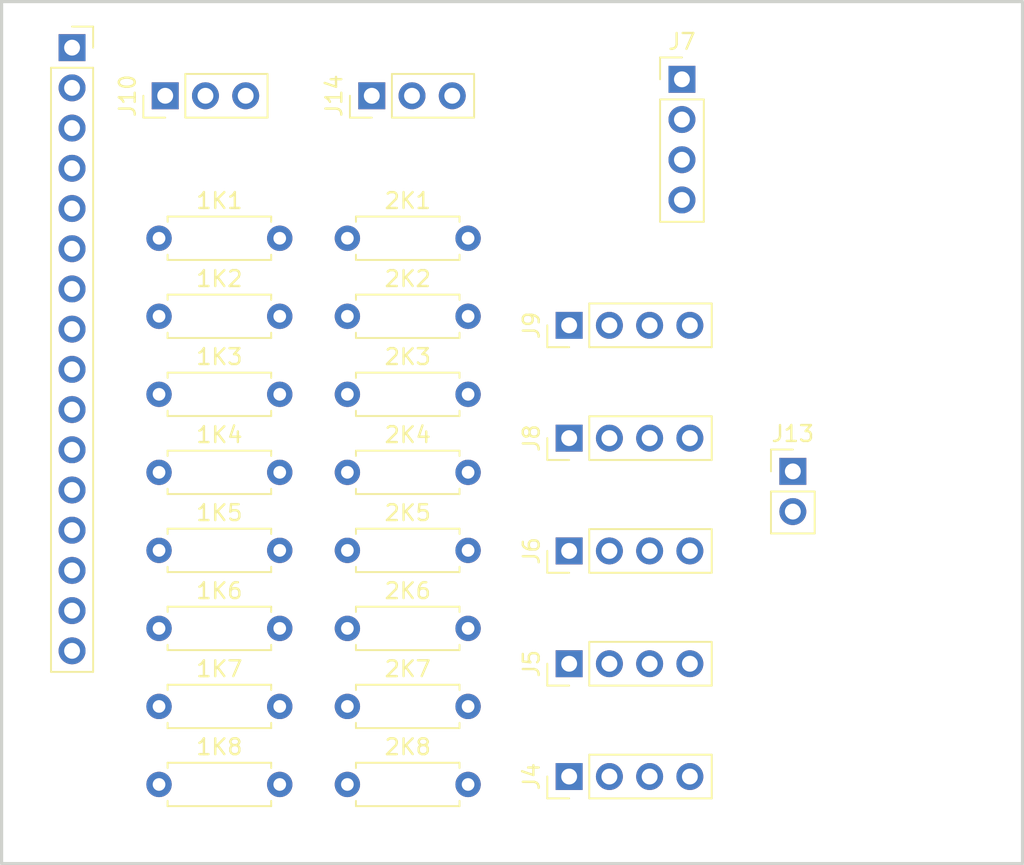
<source format=kicad_pcb>
(kicad_pcb (version 20241229) (generator "pcbnew") (generator_version "9.0")
  (layers (0 "F.Cu" signal) (2 "B.Cu" signal) (13 "F.Paste" user) (15 "B.Paste" user) (5 "F.SilkS" user "F.Silkscreen") (7 "B.SilkS" user "B.Silkscreen") (1 "F.Mask" user) (3 "B.Mask" user) (25 "Edge.Cuts" user))
  (net 0 "")
  (net 1 "Net-(J5-Pin_3)")
  (net 2 "ECHO 2")
  (net 3 "Net-(J4-Pin_3)")
  (net 4 "ECHO 3")
  (net 5 "ECHO 4")
  (net 6 "Net-(J9-Pin_3)")
  (net 7 "Net-(J8-Pin_3)")
  (net 8 "ECHO 5")
  (net 9 "Net-(J10-Pin_3)")
  (net 10 "MQ135 A0")
  (net 11 "Net-(J14-Pin_3)")
  (net 12 "MQ9 A0")
  (net 13 "GPS TX")
  (net 14 "Net-(J7-Pin_4)")
  (net 15 "Net-(J6-Pin_3)")
  (net 16 "ECHO 1")
  (net 17 "GND")
  (net 18 "TRIG 2")
  (net 19 "TRIG 4")
  (net 20 "TRIG 1")
  (net 21 "GPS RX")
  (net 22 "TRIG 3")
  (net 23 "TRIG 5")
  (net 24 "+5V")
  (footprint "Resistor_THT:R_Axial_DIN0207_L6.3mm_D2.5mm_P7.62mm_Horizontal" (layer "F.Cu") (at 151.49 103.8571)
    (property "Reference" "1K3" (at 3.81 -2.37 0) (layer "F.SilkS"))
    (property "Value" "R")
    (fp_line (start 0.54 -1.37) (end 7.08 -1.37) (stroke (width 0.12)) (layer "F.SilkS"))
    (fp_line (start 0.54 -1.04) (end 0.54 -1.37) (stroke (width 0.12)) (layer "F.SilkS"))
    (fp_line (start 0.54 1.04) (end 0.54 1.37) (stroke (width 0.12)) (layer "F.SilkS"))
    (fp_line (start 0.54 1.37) (end 7.08 1.37) (stroke (width 0.12)) (layer "F.SilkS"))
    (fp_line (start 7.08 -1.37) (end 7.08 -1.04) (stroke (width 0.12)) (layer "F.SilkS"))
    (fp_line (start 7.08 1.37) (end 7.08 1.04) (stroke (width 0.12)) (layer "F.SilkS"))
    (pad "1" thru_hole circle (at 0 0) (size 1.6 1.6) (drill 0.8) (layers "*.Cu" "*.Mask") (net 6 "Net-(J9-Pin_3)"))
    (pad "2" thru_hole circle (at 7.62 0) (size 1.6 1.6) (drill 0.8) (layers "*.Cu" "*.Mask") (net 5 "ECHO 4"))
  )
  (footprint "Connector_PinHeader_2.54mm:PinHeader_1x04_P2.54mm_Vertical" (layer "F.Cu") (at 177.38 113.75 90)
    (property "Reference" "J6" (at 0 -2.38 90) (layer "F.SilkS"))
    (property "Value" "US 1")
    (fp_line (start -1.38 -1.38) (end 0 -1.38) (stroke (width 0.12)) (layer "F.SilkS"))
    (fp_line (start -1.38 0) (end -1.38 -1.38) (stroke (width 0.12)) (layer "F.SilkS"))
    (fp_line (start 1.38 1.27) (end 1.38 9) (stroke (width 0.12)) (layer "F.SilkS"))
    (fp_line (start -1.38 1.27) (end 1.38 1.27) (stroke (width 0.12)) (layer "F.SilkS"))
    (fp_line (start -1.38 1.27) (end -1.38 9) (stroke (width 0.12)) (layer "F.SilkS"))
    (fp_line (start -1.38 9) (end 1.38 9) (stroke (width 0.12)) (layer "F.SilkS"))
    (pad "1" thru_hole rect (at 0 0 90) (size 1.7 1.7) (drill 1) (layers "*.Cu" "*.Mask") (net 24 "+5V"))
    (pad "2" thru_hole circle (at 0 2.54 90) (size 1.7 1.7) (drill 1) (layers "*.Cu" "*.Mask") (net 17 "GND"))
    (pad "3" thru_hole circle (at 0 5.08 90) (size 1.7 1.7) (drill 1) (layers "*.Cu" "*.Mask") (net 15 "Net-(J6-Pin_3)"))
    (pad "4" thru_hole circle (at 0 7.62 90) (size 1.7 1.7) (drill 1) (layers "*.Cu" "*.Mask") (net 20 "TRIG 1"))
  )
  (footprint "Resistor_THT:R_Axial_DIN0207_L6.3mm_D2.5mm_P7.62mm_Horizontal" (layer "F.Cu") (at 151.49 118.6429)
    (property "Reference" "1K6" (at 3.81 -2.37 0) (layer "F.SilkS"))
    (property "Value" "R")
    (fp_line (start 0.54 -1.37) (end 7.08 -1.37) (stroke (width 0.12)) (layer "F.SilkS"))
    (fp_line (start 0.54 -1.04) (end 0.54 -1.37) (stroke (width 0.12)) (layer "F.SilkS"))
    (fp_line (start 0.54 1.04) (end 0.54 1.37) (stroke (width 0.12)) (layer "F.SilkS"))
    (fp_line (start 0.54 1.37) (end 7.08 1.37) (stroke (width 0.12)) (layer "F.SilkS"))
    (fp_line (start 7.08 -1.37) (end 7.08 -1.04) (stroke (width 0.12)) (layer "F.SilkS"))
    (fp_line (start 7.08 1.37) (end 7.08 1.04) (stroke (width 0.12)) (layer "F.SilkS"))
    (pad "1" thru_hole circle (at 0 0) (size 1.6 1.6) (drill 0.8) (layers "*.Cu" "*.Mask") (net 11 "Net-(J14-Pin_3)"))
    (pad "2" thru_hole circle (at 7.62 0) (size 1.6 1.6) (drill 0.8) (layers "*.Cu" "*.Mask") (net 12 "MQ9 A0"))
  )
  (footprint "Resistor_THT:R_Axial_DIN0207_L6.3mm_D2.5mm_P7.62mm_Horizontal" (layer "F.Cu") (at 151.49 113.7143)
    (property "Reference" "1K5" (at 3.81 -2.37 0) (layer "F.SilkS"))
    (property "Value" "R")
    (fp_line (start 0.54 -1.37) (end 7.08 -1.37) (stroke (width 0.12)) (layer "F.SilkS"))
    (fp_line (start 0.54 -1.04) (end 0.54 -1.37) (stroke (width 0.12)) (layer "F.SilkS"))
    (fp_line (start 0.54 1.04) (end 0.54 1.37) (stroke (width 0.12)) (layer "F.SilkS"))
    (fp_line (start 0.54 1.37) (end 7.08 1.37) (stroke (width 0.12)) (layer "F.SilkS"))
    (fp_line (start 7.08 -1.37) (end 7.08 -1.04) (stroke (width 0.12)) (layer "F.SilkS"))
    (fp_line (start 7.08 1.37) (end 7.08 1.04) (stroke (width 0.12)) (layer "F.SilkS"))
    (pad "1" thru_hole circle (at 0 0) (size 1.6 1.6) (drill 0.8) (layers "*.Cu" "*.Mask") (net 9 "Net-(J10-Pin_3)"))
    (pad "2" thru_hole circle (at 7.62 0) (size 1.6 1.6) (drill 0.8) (layers "*.Cu" "*.Mask") (net 10 "MQ135 A0"))
  )
  (footprint "Resistor_THT:R_Axial_DIN0207_L6.3mm_D2.5mm_P7.62mm_Horizontal" (layer "F.Cu") (at 151.49 94)
    (property "Reference" "1K1" (at 3.81 -2.37 0) (layer "F.SilkS"))
    (property "Value" "R")
    (fp_line (start 0.54 -1.37) (end 7.08 -1.37) (stroke (width 0.12)) (layer "F.SilkS"))
    (fp_line (start 0.54 -1.04) (end 0.54 -1.37) (stroke (width 0.12)) (layer "F.SilkS"))
    (fp_line (start 0.54 1.04) (end 0.54 1.37) (stroke (width 0.12)) (layer "F.SilkS"))
    (fp_line (start 0.54 1.37) (end 7.08 1.37) (stroke (width 0.12)) (layer "F.SilkS"))
    (fp_line (start 7.08 -1.37) (end 7.08 -1.04) (stroke (width 0.12)) (layer "F.SilkS"))
    (fp_line (start 7.08 1.37) (end 7.08 1.04) (stroke (width 0.12)) (layer "F.SilkS"))
    (pad "1" thru_hole circle (at 0 0) (size 1.6 1.6) (drill 0.8) (layers "*.Cu" "*.Mask") (net 1 "Net-(J5-Pin_3)"))
    (pad "2" thru_hole circle (at 7.62 0) (size 1.6 1.6) (drill 0.8) (layers "*.Cu" "*.Mask") (net 2 "ECHO 2"))
  )
  (footprint "Resistor_THT:R_Axial_DIN0207_L6.3mm_D2.5mm_P7.62mm_Horizontal" (layer "F.Cu") (at 163.38 113.7143)
    (property "Reference" "2K5" (at 3.81 -2.37 0) (layer "F.SilkS"))
    (property "Value" "R")
    (fp_line (start 0.54 -1.37) (end 7.08 -1.37) (stroke (width 0.12)) (layer "F.SilkS"))
    (fp_line (start 0.54 -1.04) (end 0.54 -1.37) (stroke (width 0.12)) (layer "F.SilkS"))
    (fp_line (start 0.54 1.04) (end 0.54 1.37) (stroke (width 0.12)) (layer "F.SilkS"))
    (fp_line (start 0.54 1.37) (end 7.08 1.37) (stroke (width 0.12)) (layer "F.SilkS"))
    (fp_line (start 7.08 -1.37) (end 7.08 -1.04) (stroke (width 0.12)) (layer "F.SilkS"))
    (fp_line (start 7.08 1.37) (end 7.08 1.04) (stroke (width 0.12)) (layer "F.SilkS"))
    (pad "1" thru_hole circle (at 0 0) (size 1.6 1.6) (drill 0.8) (layers "*.Cu" "*.Mask") (net 8 "ECHO 5"))
    (pad "2" thru_hole circle (at 7.62 0) (size 1.6 1.6) (drill 0.8) (layers "*.Cu" "*.Mask") (net 17 "GND"))
  )
  (footprint "Connector_PinHeader_2.54mm:PinHeader_1x04_P2.54mm_Vertical" (layer "F.Cu") (at 177.38 128 90)
    (property "Reference" "J4" (at 0 -2.38 90) (layer "F.SilkS"))
    (property "Value" "US 3")
    (fp_line (start -1.38 -1.38) (end 0 -1.38) (stroke (width 0.12)) (layer "F.SilkS"))
    (fp_line (start -1.38 0) (end -1.38 -1.38) (stroke (width 0.12)) (layer "F.SilkS"))
    (fp_line (start 1.38 1.27) (end 1.38 9) (stroke (width 0.12)) (layer "F.SilkS"))
    (fp_line (start -1.38 1.27) (end 1.38 1.27) (stroke (width 0.12)) (layer "F.SilkS"))
    (fp_line (start -1.38 1.27) (end -1.38 9) (stroke (width 0.12)) (layer "F.SilkS"))
    (fp_line (start -1.38 9) (end 1.38 9) (stroke (width 0.12)) (layer "F.SilkS"))
    (pad "1" thru_hole rect (at 0 0 90) (size 1.7 1.7) (drill 1) (layers "*.Cu" "*.Mask") (net 24 "+5V"))
    (pad "2" thru_hole circle (at 0 2.54 90) (size 1.7 1.7) (drill 1) (layers "*.Cu" "*.Mask") (net 17 "GND"))
    (pad "3" thru_hole circle (at 0 5.08 90) (size 1.7 1.7) (drill 1) (layers "*.Cu" "*.Mask") (net 3 "Net-(J4-Pin_3)"))
    (pad "4" thru_hole circle (at 0 7.62 90) (size 1.7 1.7) (drill 1) (layers "*.Cu" "*.Mask") (net 22 "TRIG 3"))
  )
  (footprint "Resistor_THT:R_Axial_DIN0207_L6.3mm_D2.5mm_P7.62mm_Horizontal" (layer "F.Cu") (at 151.49 108.7857)
    (property "Reference" "1K4" (at 3.81 -2.37 0) (layer "F.SilkS"))
    (property "Value" "R")
    (fp_line (start 0.54 -1.37) (end 7.08 -1.37) (stroke (width 0.12)) (layer "F.SilkS"))
    (fp_line (start 0.54 -1.04) (end 0.54 -1.37) (stroke (width 0.12)) (layer "F.SilkS"))
    (fp_line (start 0.54 1.04) (end 0.54 1.37) (stroke (width 0.12)) (layer "F.SilkS"))
    (fp_line (start 0.54 1.37) (end 7.08 1.37) (stroke (width 0.12)) (layer "F.SilkS"))
    (fp_line (start 7.08 -1.37) (end 7.08 -1.04) (stroke (width 0.12)) (layer "F.SilkS"))
    (fp_line (start 7.08 1.37) (end 7.08 1.04) (stroke (width 0.12)) (layer "F.SilkS"))
    (pad "1" thru_hole circle (at 0 0) (size 1.6 1.6) (drill 0.8) (layers "*.Cu" "*.Mask") (net 7 "Net-(J8-Pin_3)"))
    (pad "2" thru_hole circle (at 7.62 0) (size 1.6 1.6) (drill 0.8) (layers "*.Cu" "*.Mask") (net 8 "ECHO 5"))
  )
  (footprint "Resistor_THT:R_Axial_DIN0207_L6.3mm_D2.5mm_P7.62mm_Horizontal" (layer "F.Cu") (at 151.49 123.5714)
    (property "Reference" "1K7" (at 3.81 -2.37 0) (layer "F.SilkS"))
    (property "Value" "R")
    (fp_line (start 0.54 -1.37) (end 7.08 -1.37) (stroke (width 0.12)) (layer "F.SilkS"))
    (fp_line (start 0.54 -1.04) (end 0.54 -1.37) (stroke (width 0.12)) (layer "F.SilkS"))
    (fp_line (start 0.54 1.04) (end 0.54 1.37) (stroke (width 0.12)) (layer "F.SilkS"))
    (fp_line (start 0.54 1.37) (end 7.08 1.37) (stroke (width 0.12)) (layer "F.SilkS"))
    (fp_line (start 7.08 -1.37) (end 7.08 -1.04) (stroke (width 0.12)) (layer "F.SilkS"))
    (fp_line (start 7.08 1.37) (end 7.08 1.04) (stroke (width 0.12)) (layer "F.SilkS"))
    (pad "1" thru_hole circle (at 0 0) (size 1.6 1.6) (drill 0.8) (layers "*.Cu" "*.Mask") (net 14 "Net-(J7-Pin_4)"))
    (pad "2" thru_hole circle (at 7.62 0) (size 1.6 1.6) (drill 0.8) (layers "*.Cu" "*.Mask") (net 13 "GPS TX"))
  )
  (footprint "Connector_PinHeader_2.54mm:PinHeader_1x03_P2.54mm_Vertical" (layer "F.Cu") (at 164.92 85 90)
    (property "Reference" "J14" (at 0 -2.38 90) (layer "F.SilkS"))
    (property "Value" "MQ-9")
    (fp_line (start -1.38 -1.38) (end 0 -1.38) (stroke (width 0.12)) (layer "F.SilkS"))
    (fp_line (start -1.38 0) (end -1.38 -1.38) (stroke (width 0.12)) (layer "F.SilkS"))
    (fp_line (start 1.38 1.27) (end 1.38 6.46) (stroke (width 0.12)) (layer "F.SilkS"))
    (fp_line (start -1.38 1.27) (end 1.38 1.27) (stroke (width 0.12)) (layer "F.SilkS"))
    (fp_line (start -1.38 1.27) (end -1.38 6.46) (stroke (width 0.12)) (layer "F.SilkS"))
    (fp_line (start -1.38 6.46) (end 1.38 6.46) (stroke (width 0.12)) (layer "F.SilkS"))
    (pad "1" thru_hole rect (at 0 0 90) (size 1.7 1.7) (drill 1) (layers "*.Cu" "*.Mask") (net 24 "+5V"))
    (pad "2" thru_hole circle (at 0 2.54 90) (size 1.7 1.7) (drill 1) (layers "*.Cu" "*.Mask") (net 17 "GND"))
    (pad "3" thru_hole circle (at 0 5.08 90) (size 1.7 1.7) (drill 1) (layers "*.Cu" "*.Mask") (net 11 "Net-(J14-Pin_3)"))
  )
  (footprint "Connector_PinHeader_2.54mm:PinHeader_1x04_P2.54mm_Vertical" (layer "F.Cu") (at 184.5 83.96)
    (property "Reference" "J7" (at 0 -2.38 0) (layer "F.SilkS"))
    (property "Value" "GPS")
    (fp_line (start -1.38 -1.38) (end 0 -1.38) (stroke (width 0.12)) (layer "F.SilkS"))
    (fp_line (start -1.38 0) (end -1.38 -1.38) (stroke (width 0.12)) (layer "F.SilkS"))
    (fp_line (start -1.38 1.27) (end -1.38 9) (stroke (width 0.12)) (layer "F.SilkS"))
    (fp_line (start -1.38 1.27) (end 1.38 1.27) (stroke (width 0.12)) (layer "F.SilkS"))
    (fp_line (start -1.38 9) (end 1.38 9) (stroke (width 0.12)) (layer "F.SilkS"))
    (fp_line (start 1.38 1.27) (end 1.38 9) (stroke (width 0.12)) (layer "F.SilkS"))
    (pad "1" thru_hole rect (at 0 0) (size 1.7 1.7) (drill 1) (layers "*.Cu" "*.Mask") (net 24 "+5V"))
    (pad "2" thru_hole circle (at 0 2.54) (size 1.7 1.7) (drill 1) (layers "*.Cu" "*.Mask") (net 17 "GND"))
    (pad "3" thru_hole circle (at 0 5.08) (size 1.7 1.7) (drill 1) (layers "*.Cu" "*.Mask") (net 21 "GPS RX"))
    (pad "4" thru_hole circle (at 0 7.62) (size 1.7 1.7) (drill 1) (layers "*.Cu" "*.Mask") (net 14 "Net-(J7-Pin_4)"))
  )
  (footprint "Resistor_THT:R_Axial_DIN0207_L6.3mm_D2.5mm_P7.62mm_Horizontal" (layer "F.Cu") (at 163.38 118.6429)
    (property "Reference" "2K6" (at 3.81 -2.37 0) (layer "F.SilkS"))
    (property "Value" "R")
    (fp_line (start 0.54 -1.37) (end 7.08 -1.37) (stroke (width 0.12)) (layer "F.SilkS"))
    (fp_line (start 0.54 -1.04) (end 0.54 -1.37) (stroke (width 0.12)) (layer "F.SilkS"))
    (fp_line (start 0.54 1.04) (end 0.54 1.37) (stroke (width 0.12)) (layer "F.SilkS"))
    (fp_line (start 0.54 1.37) (end 7.08 1.37) (stroke (width 0.12)) (layer "F.SilkS"))
    (fp_line (start 7.08 -1.37) (end 7.08 -1.04) (stroke (width 0.12)) (layer "F.SilkS"))
    (fp_line (start 7.08 1.37) (end 7.08 1.04) (stroke (width 0.12)) (layer "F.SilkS"))
    (pad "1" thru_hole circle (at 0 0) (size 1.6 1.6) (drill 0.8) (layers "*.Cu" "*.Mask") (net 10 "MQ135 A0"))
    (pad "2" thru_hole circle (at 7.62 0) (size 1.6 1.6) (drill 0.8) (layers "*.Cu" "*.Mask") (net 17 "GND"))
  )
  (footprint "Resistor_THT:R_Axial_DIN0207_L6.3mm_D2.5mm_P7.62mm_Horizontal" (layer "F.Cu") (at 151.49 128.5)
    (property "Reference" "1K8" (at 3.81 -2.37 0) (layer "F.SilkS"))
    (property "Value" "R")
    (fp_line (start 0.54 -1.37) (end 7.08 -1.37) (stroke (width 0.12)) (layer "F.SilkS"))
    (fp_line (start 0.54 -1.04) (end 0.54 -1.37) (stroke (width 0.12)) (layer "F.SilkS"))
    (fp_line (start 0.54 1.04) (end 0.54 1.37) (stroke (width 0.12)) (layer "F.SilkS"))
    (fp_line (start 0.54 1.37) (end 7.08 1.37) (stroke (width 0.12)) (layer "F.SilkS"))
    (fp_line (start 7.08 -1.37) (end 7.08 -1.04) (stroke (width 0.12)) (layer "F.SilkS"))
    (fp_line (start 7.08 1.37) (end 7.08 1.04) (stroke (width 0.12)) (layer "F.SilkS"))
    (pad "1" thru_hole circle (at 0 0) (size 1.6 1.6) (drill 0.8) (layers "*.Cu" "*.Mask") (net 15 "Net-(J6-Pin_3)"))
    (pad "2" thru_hole circle (at 7.62 0) (size 1.6 1.6) (drill 0.8) (layers "*.Cu" "*.Mask") (net 16 "ECHO 1"))
  )
  (footprint "Connector_PinHeader_2.54mm:PinHeader_1x03_P2.54mm_Vertical" (layer "F.Cu") (at 151.88 85 90)
    (property "Reference" "J10" (at 0 -2.38 90) (layer "F.SilkS"))
    (property "Value" "MQ-135")
    (fp_line (start -1.38 -1.38) (end 0 -1.38) (stroke (width 0.12)) (layer "F.SilkS"))
    (fp_line (start -1.38 0) (end -1.38 -1.38) (stroke (width 0.12)) (layer "F.SilkS"))
    (fp_line (start 1.38 1.27) (end 1.38 6.46) (stroke (width 0.12)) (layer "F.SilkS"))
    (fp_line (start -1.38 1.27) (end 1.38 1.27) (stroke (width 0.12)) (layer "F.SilkS"))
    (fp_line (start -1.38 1.27) (end -1.38 6.46) (stroke (width 0.12)) (layer "F.SilkS"))
    (fp_line (start -1.38 6.46) (end 1.38 6.46) (stroke (width 0.12)) (layer "F.SilkS"))
    (pad "1" thru_hole rect (at 0 0 90) (size 1.7 1.7) (drill 1) (layers "*.Cu" "*.Mask") (net 24 "+5V"))
    (pad "2" thru_hole circle (at 0 2.54 90) (size 1.7 1.7) (drill 1) (layers "*.Cu" "*.Mask") (net 17 "GND"))
    (pad "3" thru_hole circle (at 0 5.08 90) (size 1.7 1.7) (drill 1) (layers "*.Cu" "*.Mask") (net 9 "Net-(J10-Pin_3)"))
  )
  (footprint "Connector_PinHeader_2.54mm:PinHeader_1x04_P2.54mm_Vertical" (layer "F.Cu") (at 177.38 120.875 90)
    (property "Reference" "J5" (at 0 -2.38 90) (layer "F.SilkS"))
    (property "Value" "US 2")
    (fp_line (start -1.38 -1.38) (end 0 -1.38) (stroke (width 0.12)) (layer "F.SilkS"))
    (fp_line (start -1.38 0) (end -1.38 -1.38) (stroke (width 0.12)) (layer "F.SilkS"))
    (fp_line (start 1.38 1.27) (end 1.38 9) (stroke (width 0.12)) (layer "F.SilkS"))
    (fp_line (start -1.38 1.27) (end 1.38 1.27) (stroke (width 0.12)) (layer "F.SilkS"))
    (fp_line (start -1.38 1.27) (end -1.38 9) (stroke (width 0.12)) (layer "F.SilkS"))
    (fp_line (start -1.38 9) (end 1.38 9) (stroke (width 0.12)) (layer "F.SilkS"))
    (pad "1" thru_hole rect (at 0 0 90) (size 1.7 1.7) (drill 1) (layers "*.Cu" "*.Mask") (net 24 "+5V"))
    (pad "2" thru_hole circle (at 0 2.54 90) (size 1.7 1.7) (drill 1) (layers "*.Cu" "*.Mask") (net 17 "GND"))
    (pad "3" thru_hole circle (at 0 5.08 90) (size 1.7 1.7) (drill 1) (layers "*.Cu" "*.Mask") (net 1 "Net-(J5-Pin_3)"))
    (pad "4" thru_hole circle (at 0 7.62 90) (size 1.7 1.7) (drill 1) (layers "*.Cu" "*.Mask") (net 18 "TRIG 2"))
  )
  (footprint "Resistor_THT:R_Axial_DIN0207_L6.3mm_D2.5mm_P7.62mm_Horizontal" (layer "F.Cu") (at 163.38 128.5)
    (property "Reference" "2K8" (at 3.81 -2.37 0) (layer "F.SilkS"))
    (property "Value" "R")
    (fp_line (start 0.54 -1.37) (end 7.08 -1.37) (stroke (width 0.12)) (layer "F.SilkS"))
    (fp_line (start 0.54 -1.04) (end 0.54 -1.37) (stroke (width 0.12)) (layer "F.SilkS"))
    (fp_line (start 0.54 1.04) (end 0.54 1.37) (stroke (width 0.12)) (layer "F.SilkS"))
    (fp_line (start 0.54 1.37) (end 7.08 1.37) (stroke (width 0.12)) (layer "F.SilkS"))
    (fp_line (start 7.08 -1.37) (end 7.08 -1.04) (stroke (width 0.12)) (layer "F.SilkS"))
    (fp_line (start 7.08 1.37) (end 7.08 1.04) (stroke (width 0.12)) (layer "F.SilkS"))
    (pad "1" thru_hole circle (at 0 0) (size 1.6 1.6) (drill 0.8) (layers "*.Cu" "*.Mask") (net 13 "GPS TX"))
    (pad "2" thru_hole circle (at 7.62 0) (size 1.6 1.6) (drill 0.8) (layers "*.Cu" "*.Mask") (net 17 "GND"))
  )
  (footprint "Connector_PinSocket_2.54mm:PinSocket_1x16_P2.54mm_Vertical" (layer "F.Cu") (at 146 81.96)
    (property "Reference" "J1" (hide yes))
    (property "Value" "Conn_01x16_Pin" (hide yes))
    (fp_line (start -1.33 1.27) (end -1.33 39.43) (stroke (width 0.12)) (layer "F.SilkS"))
    (fp_line (start -1.33 1.27) (end 1.33 1.27) (stroke (width 0.12)) (layer "F.SilkS"))
    (fp_line (start -1.33 39.43) (end 1.33 39.43) (stroke (width 0.12)) (layer "F.SilkS"))
    (fp_line (start 0 -1.33) (end 1.33 -1.33) (stroke (width 0.12)) (layer "F.SilkS"))
    (fp_line (start 1.33 -1.33) (end 1.33 0) (stroke (width 0.12)) (layer "F.SilkS"))
    (fp_line (start 1.33 1.27) (end 1.33 39.43) (stroke (width 0.12)) (layer "F.SilkS"))
    (pad "1" thru_hole rect (at 0 0) (size 1.7 1.7) (drill 1) (layers "*.Cu" "*.Mask") (net 24 "+5V"))
    (pad "2" thru_hole circle (at 0 2.54) (size 1.7 1.7) (drill 1) (layers "*.Cu" "*.Mask") (net 17 "GND"))
    (pad "3" thru_hole circle (at 0 5.08) (size 1.7 1.7) (drill 1) (layers "*.Cu" "*.Mask") (net 21 "GPS RX"))
    (pad "4" thru_hole circle (at 0 7.62) (size 1.7 1.7) (drill 1) (layers "*.Cu" "*.Mask") (net 13 "GPS TX"))
    (pad "5" thru_hole circle (at 0 10.16) (size 1.7 1.7) (drill 1) (layers "*.Cu" "*.Mask") (net 10 "MQ135 A0"))
    (pad "6" thru_hole circle (at 0 12.7) (size 1.7 1.7) (drill 1) (layers "*.Cu" "*.Mask") (net 12 "MQ9 A0"))
    (pad "7" thru_hole circle (at 0 15.24) (size 1.7 1.7) (drill 1) (layers "*.Cu" "*.Mask") (net 23 "TRIG 5"))
    (pad "8" thru_hole circle (at 0 17.78) (size 1.7 1.7) (drill 1) (layers "*.Cu" "*.Mask") (net 19 "TRIG 4"))
    (pad "9" thru_hole circle (at 0 20.32) (size 1.7 1.7) (drill 1) (layers "*.Cu" "*.Mask") (net 22 "TRIG 3"))
    (pad "10" thru_hole circle (at 0 22.86) (size 1.7 1.7) (drill 1) (layers "*.Cu" "*.Mask") (net 18 "TRIG 2"))
    (pad "11" thru_hole circle (at 0 25.4) (size 1.7 1.7) (drill 1) (layers "*.Cu" "*.Mask") (net 20 "TRIG 1"))
    (pad "12" thru_hole circle (at 0 27.94) (size 1.7 1.7) (drill 1) (layers "*.Cu" "*.Mask") (net 8 "ECHO 5"))
    (pad "13" thru_hole circle (at 0 30.48) (size 1.7 1.7) (drill 1) (layers "*.Cu" "*.Mask") (net 5 "ECHO 4"))
    (pad "14" thru_hole circle (at 0 33.02) (size 1.7 1.7) (drill 1) (layers "*.Cu" "*.Mask") (net 4 "ECHO 3"))
    (pad "15" thru_hole circle (at 0 35.56) (size 1.7 1.7) (drill 1) (layers "*.Cu" "*.Mask") (net 2 "ECHO 2"))
    (pad "16" thru_hole circle (at 0 38.1) (size 1.7 1.7) (drill 1) (layers "*.Cu" "*.Mask") (net 16 "ECHO 1"))
  )
  (footprint "Resistor_THT:R_Axial_DIN0207_L6.3mm_D2.5mm_P7.62mm_Horizontal" (layer "F.Cu") (at 163.38 94)
    (property "Reference" "2K1" (at 3.81 -2.37 0) (layer "F.SilkS"))
    (property "Value" "R")
    (fp_line (start 0.54 -1.37) (end 7.08 -1.37) (stroke (width 0.12)) (layer "F.SilkS"))
    (fp_line (start 0.54 -1.04) (end 0.54 -1.37) (stroke (width 0.12)) (layer "F.SilkS"))
    (fp_line (start 0.54 1.04) (end 0.54 1.37) (stroke (width 0.12)) (layer "F.SilkS"))
    (fp_line (start 0.54 1.37) (end 7.08 1.37) (stroke (width 0.12)) (layer "F.SilkS"))
    (fp_line (start 7.08 -1.37) (end 7.08 -1.04) (stroke (width 0.12)) (layer "F.SilkS"))
    (fp_line (start 7.08 1.37) (end 7.08 1.04) (stroke (width 0.12)) (layer "F.SilkS"))
    (pad "1" thru_hole circle (at 0 0) (size 1.6 1.6) (drill 0.8) (layers "*.Cu" "*.Mask") (net 16 "ECHO 1"))
    (pad "2" thru_hole circle (at 7.62 0) (size 1.6 1.6) (drill 0.8) (layers "*.Cu" "*.Mask") (net 17 "GND"))
  )
  (footprint "Resistor_THT:R_Axial_DIN0207_L6.3mm_D2.5mm_P7.62mm_Horizontal" (layer "F.Cu") (at 163.38 103.8571)
    (property "Reference" "2K3" (at 3.81 -2.37 0) (layer "F.SilkS"))
    (property "Value" "R")
    (fp_line (start 0.54 -1.37) (end 7.08 -1.37) (stroke (width 0.12)) (layer "F.SilkS"))
    (fp_line (start 0.54 -1.04) (end 0.54 -1.37) (stroke (width 0.12)) (layer "F.SilkS"))
    (fp_line (start 0.54 1.04) (end 0.54 1.37) (stroke (width 0.12)) (layer "F.SilkS"))
    (fp_line (start 0.54 1.37) (end 7.08 1.37) (stroke (width 0.12)) (layer "F.SilkS"))
    (fp_line (start 7.08 -1.37) (end 7.08 -1.04) (stroke (width 0.12)) (layer "F.SilkS"))
    (fp_line (start 7.08 1.37) (end 7.08 1.04) (stroke (width 0.12)) (layer "F.SilkS"))
    (pad "1" thru_hole circle (at 0 0) (size 1.6 1.6) (drill 0.8) (layers "*.Cu" "*.Mask") (net 4 "ECHO 3"))
    (pad "2" thru_hole circle (at 7.62 0) (size 1.6 1.6) (drill 0.8) (layers "*.Cu" "*.Mask") (net 17 "GND"))
  )
  (footprint "Resistor_THT:R_Axial_DIN0207_L6.3mm_D2.5mm_P7.62mm_Horizontal" (layer "F.Cu") (at 163.38 98.9286)
    (property "Reference" "2K2" (at 3.81 -2.37 0) (layer "F.SilkS"))
    (property "Value" "R")
    (fp_line (start 0.54 -1.37) (end 7.08 -1.37) (stroke (width 0.12)) (layer "F.SilkS"))
    (fp_line (start 0.54 -1.04) (end 0.54 -1.37) (stroke (width 0.12)) (layer "F.SilkS"))
    (fp_line (start 0.54 1.04) (end 0.54 1.37) (stroke (width 0.12)) (layer "F.SilkS"))
    (fp_line (start 0.54 1.37) (end 7.08 1.37) (stroke (width 0.12)) (layer "F.SilkS"))
    (fp_line (start 7.08 -1.37) (end 7.08 -1.04) (stroke (width 0.12)) (layer "F.SilkS"))
    (fp_line (start 7.08 1.37) (end 7.08 1.04) (stroke (width 0.12)) (layer "F.SilkS"))
    (pad "1" thru_hole circle (at 0 0) (size 1.6 1.6) (drill 0.8) (layers "*.Cu" "*.Mask") (net 2 "ECHO 2"))
    (pad "2" thru_hole circle (at 7.62 0) (size 1.6 1.6) (drill 0.8) (layers "*.Cu" "*.Mask") (net 17 "GND"))
  )
  (footprint "Connector_PinHeader_2.54mm:PinHeader_1x04_P2.54mm_Vertical" (layer "F.Cu") (at 177.38 106.625 90)
    (property "Reference" "J8" (at 0 -2.38 90) (layer "F.SilkS"))
    (property "Value" "US 5")
    (fp_line (start -1.38 -1.38) (end 0 -1.38) (stroke (width 0.12)) (layer "F.SilkS"))
    (fp_line (start -1.38 0) (end -1.38 -1.38) (stroke (width 0.12)) (layer "F.SilkS"))
    (fp_line (start 1.38 1.27) (end 1.38 9) (stroke (width 0.12)) (layer "F.SilkS"))
    (fp_line (start -1.38 1.27) (end 1.38 1.27) (stroke (width 0.12)) (layer "F.SilkS"))
    (fp_line (start -1.38 1.27) (end -1.38 9) (stroke (width 0.12)) (layer "F.SilkS"))
    (fp_line (start -1.38 9) (end 1.38 9) (stroke (width 0.12)) (layer "F.SilkS"))
    (pad "1" thru_hole rect (at 0 0 90) (size 1.7 1.7) (drill 1) (layers "*.Cu" "*.Mask") (net 24 "+5V"))
    (pad "2" thru_hole circle (at 0 2.54 90) (size 1.7 1.7) (drill 1) (layers "*.Cu" "*.Mask") (net 17 "GND"))
    (pad "3" thru_hole circle (at 0 5.08 90) (size 1.7 1.7) (drill 1) (layers "*.Cu" "*.Mask") (net 7 "Net-(J8-Pin_3)"))
    (pad "4" thru_hole circle (at 0 7.62 90) (size 1.7 1.7) (drill 1) (layers "*.Cu" "*.Mask") (net 23 "TRIG 5"))
  )
  (footprint "Connector_PinHeader_2.54mm:PinHeader_1x02_P2.54mm_Vertical" (layer "F.Cu") (at 191.5 108.725)
    (property "Reference" "J13" (at 0 -2.38 0) (layer "F.SilkS"))
    (property "Value" "USB")
    (fp_line (start -1.38 -1.38) (end 0 -1.38) (stroke (width 0.12)) (layer "F.SilkS"))
    (fp_line (start -1.38 0) (end -1.38 -1.38) (stroke (width 0.12)) (layer "F.SilkS"))
    (fp_line (start -1.38 1.27) (end -1.38 3.92) (stroke (width 0.12)) (layer "F.SilkS"))
    (fp_line (start -1.38 1.27) (end 1.38 1.27) (stroke (width 0.12)) (layer "F.SilkS"))
    (fp_line (start -1.38 3.92) (end 1.38 3.92) (stroke (width 0.12)) (layer "F.SilkS"))
    (fp_line (start 1.38 1.27) (end 1.38 3.92) (stroke (width 0.12)) (layer "F.SilkS"))
    (pad "1" thru_hole rect (at 0 0) (size 1.7 1.7) (drill 1) (layers "*.Cu" "*.Mask") (net 24 "+5V"))
    (pad "2" thru_hole circle (at 0 2.54) (size 1.7 1.7) (drill 1) (layers "*.Cu" "*.Mask") (net 17 "GND"))
  )
  (footprint "Connector_PinHeader_2.54mm:PinHeader_1x04_P2.54mm_Vertical" (layer "F.Cu") (at 177.38 99.5 90)
    (property "Reference" "J9" (at 0 -2.38 90) (layer "F.SilkS"))
    (property "Value" "US 4")
    (fp_line (start -1.38 -1.38) (end 0 -1.38) (stroke (width 0.12)) (layer "F.SilkS"))
    (fp_line (start -1.38 0) (end -1.38 -1.38) (stroke (width 0.12)) (layer "F.SilkS"))
    (fp_line (start 1.38 1.27) (end 1.38 9) (stroke (width 0.12)) (layer "F.SilkS"))
    (fp_line (start -1.38 1.27) (end 1.38 1.27) (stroke (width 0.12)) (layer "F.SilkS"))
    (fp_line (start -1.38 1.27) (end -1.38 9) (stroke (width 0.12)) (layer "F.SilkS"))
    (fp_line (start -1.38 9) (end 1.38 9) (stroke (width 0.12)) (layer "F.SilkS"))
    (pad "1" thru_hole rect (at 0 0 90) (size 1.7 1.7) (drill 1) (layers "*.Cu" "*.Mask") (net 24 "+5V"))
    (pad "2" thru_hole circle (at 0 2.54 90) (size 1.7 1.7) (drill 1) (layers "*.Cu" "*.Mask") (net 17 "GND"))
    (pad "3" thru_hole circle (at 0 5.08 90) (size 1.7 1.7) (drill 1) (layers "*.Cu" "*.Mask") (net 6 "Net-(J9-Pin_3)"))
    (pad "4" thru_hole circle (at 0 7.62 90) (size 1.7 1.7) (drill 1) (layers "*.Cu" "*.Mask") (net 19 "TRIG 4"))
  )
  (footprint "Resistor_THT:R_Axial_DIN0207_L6.3mm_D2.5mm_P7.62mm_Horizontal" (layer "F.Cu") (at 163.38 108.7857)
    (property "Reference" "2K4" (at 3.81 -2.37 0) (layer "F.SilkS"))
    (property "Value" "R")
    (fp_line (start 0.54 -1.37) (end 7.08 -1.37) (stroke (width 0.12)) (layer "F.SilkS"))
    (fp_line (start 0.54 -1.04) (end 0.54 -1.37) (stroke (width 0.12)) (layer "F.SilkS"))
    (fp_line (start 0.54 1.04) (end 0.54 1.37) (stroke (width 0.12)) (layer "F.SilkS"))
    (fp_line (start 0.54 1.37) (end 7.08 1.37) (stroke (width 0.12)) (layer "F.SilkS"))
    (fp_line (start 7.08 -1.37) (end 7.08 -1.04) (stroke (width 0.12)) (layer "F.SilkS"))
    (fp_line (start 7.08 1.37) (end 7.08 1.04) (stroke (width 0.12)) (layer "F.SilkS"))
    (pad "1" thru_hole circle (at 0 0) (size 1.6 1.6) (drill 0.8) (layers "*.Cu" "*.Mask") (net 5 "ECHO 4"))
    (pad "2" thru_hole circle (at 7.62 0) (size 1.6 1.6) (drill 0.8) (layers "*.Cu" "*.Mask") (net 17 "GND"))
  )
  (footprint "Resistor_THT:R_Axial_DIN0207_L6.3mm_D2.5mm_P7.62mm_Horizontal" (layer "F.Cu") (at 151.49 98.9286)
    (property "Reference" "1K2" (at 3.81 -2.37 0) (layer "F.SilkS"))
    (property "Value" "R")
    (fp_line (start 0.54 -1.37) (end 7.08 -1.37) (stroke (width 0.12)) (layer "F.SilkS"))
    (fp_line (start 0.54 -1.04) (end 0.54 -1.37) (stroke (width 0.12)) (layer "F.SilkS"))
    (fp_line (start 0.54 1.04) (end 0.54 1.37) (stroke (width 0.12)) (layer "F.SilkS"))
    (fp_line (start 0.54 1.37) (end 7.08 1.37) (stroke (width 0.12)) (layer "F.SilkS"))
    (fp_line (start 7.08 -1.37) (end 7.08 -1.04) (stroke (width 0.12)) (layer "F.SilkS"))
    (fp_line (start 7.08 1.37) (end 7.08 1.04) (stroke (width 0.12)) (layer "F.SilkS"))
    (pad "1" thru_hole circle (at 0 0) (size 1.6 1.6) (drill 0.8) (layers "*.Cu" "*.Mask") (net 3 "Net-(J4-Pin_3)"))
    (pad "2" thru_hole circle (at 7.62 0) (size 1.6 1.6) (drill 0.8) (layers "*.Cu" "*.Mask") (net 4 "ECHO 3"))
  )
  (footprint "Resistor_THT:R_Axial_DIN0207_L6.3mm_D2.5mm_P7.62mm_Horizontal" (layer "F.Cu") (at 163.38 123.5714)
    (property "Reference" "2K7" (at 3.81 -2.37 0) (layer "F.SilkS"))
    (property "Value" "R")
    (fp_line (start 0.54 -1.37) (end 7.08 -1.37) (stroke (width 0.12)) (layer "F.SilkS"))
    (fp_line (start 0.54 -1.04) (end 0.54 -1.37) (stroke (width 0.12)) (layer "F.SilkS"))
    (fp_line (start 0.54 1.04) (end 0.54 1.37) (stroke (width 0.12)) (layer "F.SilkS"))
    (fp_line (start 0.54 1.37) (end 7.08 1.37) (stroke (width 0.12)) (layer "F.SilkS"))
    (fp_line (start 7.08 -1.37) (end 7.08 -1.04) (stroke (width 0.12)) (layer "F.SilkS"))
    (fp_line (start 7.08 1.37) (end 7.08 1.04) (stroke (width 0.12)) (layer "F.SilkS"))
    (pad "1" thru_hole circle (at 0 0) (size 1.6 1.6) (drill 0.8) (layers "*.Cu" "*.Mask") (net 12 "MQ9 A0"))
    (pad "2" thru_hole circle (at 7.62 0) (size 1.6 1.6) (drill 0.8) (layers "*.Cu" "*.Mask") (net 17 "GND"))
  )
  (gr_rect (start 141.550252 79.050252) (end 206 133.5) (stroke (width 0.2)) (fill no) (layer "Edge.Cuts"))
)
</source>
